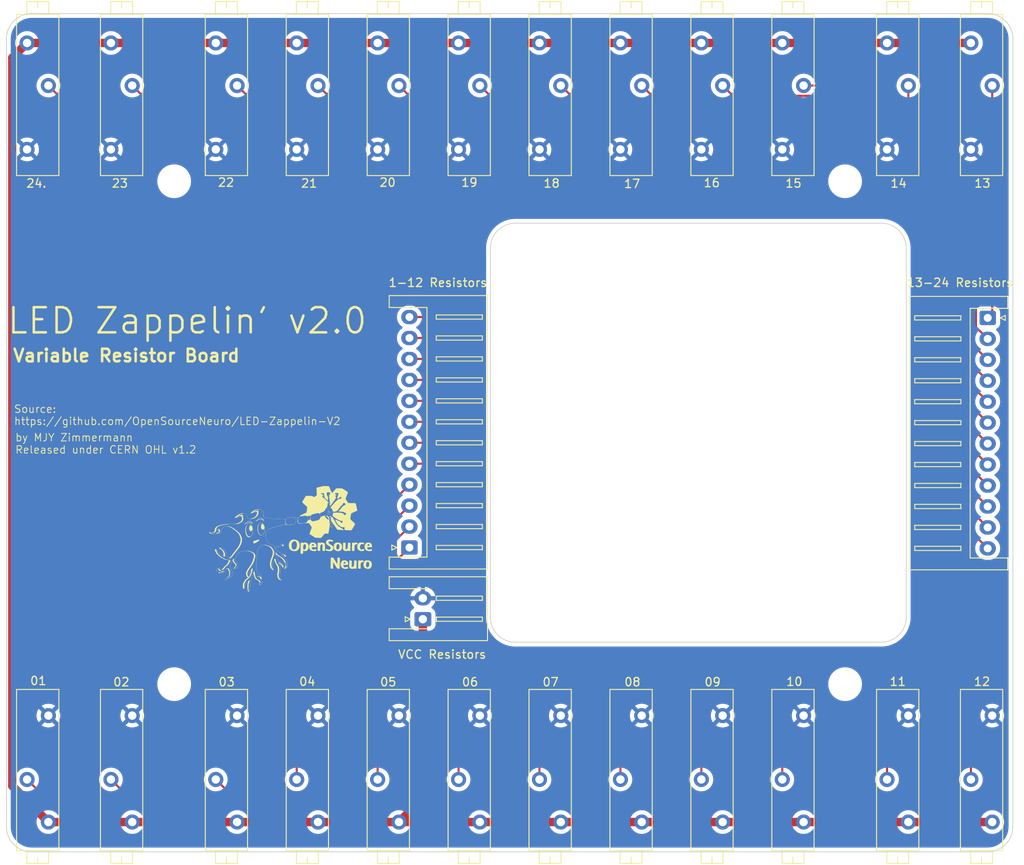
<source format=kicad_pcb>
(kicad_pcb (version 20211014) (generator pcbnew)
  (layers (0 "F.Cu" signal) (31 "B.Cu" signal) (34 "B.Paste" user) (35 "F.Paste" user) (36 "B.SilkS" user "B.Silkscreen") (37 "F.SilkS" user "F.Silkscreen") (38 "B.Mask" user) (39 "F.Mask" user) (44 "Edge.Cuts" user))
  (net 0 "")
  (net 1 "Net-(J1-Pad1)")
  (net 2 "GNDREF")
  (net 3 "Net-(J2-Pad1)")
  (net 4 "Net-(J2-Pad2)")
  (net 5 "Net-(J2-Pad3)")
  (net 6 "Net-(J2-Pad4)")
  (net 7 "Net-(J2-Pad5)")
  (net 8 "Net-(J2-Pad6)")
  (net 9 "Net-(J2-Pad7)")
  (net 10 "Net-(J2-Pad8)")
  (net 11 "Net-(J2-Pad9)")
  (net 12 "Net-(J2-Pad10)")
  (net 13 "Net-(J2-Pad11)")
  (net 14 "Net-(J2-Pad12)")
  (net 15 "Net-(J3-Pad1)")
  (net 16 "Net-(J3-Pad2)")
  (net 17 "Net-(J3-Pad3)")
  (net 18 "Net-(J3-Pad4)")
  (net 19 "Net-(J3-Pad5)")
  (net 20 "Net-(J3-Pad6)")
  (net 21 "Net-(J3-Pad7)")
  (net 22 "Net-(J3-Pad8)")
  (net 23 "Net-(J3-Pad9)")
  (net 24 "Net-(J3-Pad10)")
  (net 25 "Net-(J3-Pad11)")
  (net 26 "Net-(J3-Pad12)")
  (footprint "Potentiometer_THT:Potentiometer_Vishay_43_Horizontal" (layer "F.Cu") (at 167.39 134 90)
    (fp_text reference "RV12")
    (fp_text value "12" (at 4.05 -1.215) (layer "F.SilkS"))
    (pad "1" thru_hole circle (at 0 0 90) (size 1.8 1.8) (drill 1) (layers *.Cu *.Mask) (net 2 "GNDREF"))
    (pad "2" thru_hole circle (at -7.62 -2.54 90) (size 1.8 1.8) (drill 1) (layers *.Cu *.Mask) (net 14 "Net-(J2-Pad12)"))
    (pad "3" thru_hole circle (at -12.7 0 90) (size 1.8 1.8) (drill 1) (layers *.Cu *.Mask) (net 1 "Net-(J1-Pad1)"))
  )
  (footprint "Connector_JST:JST_XH_S12B-XH-A_1x12_P2.50mm_Horizontal" (layer "F.Cu") (at 166.85 86.55 -90)
    (fp_text reference "J3")
    (fp_text value "13-24 Resistors" (at -4.2 3.3 180) (layer "F.SilkS"))
    (pad "1" thru_hole roundrect (at 0 0 270) (size 1.7 1.95) (drill 0.95) (layers *.Cu *.Mask) (roundrect_rratio 0.1470588235) (net 15 "Net-(J3-Pad1)"))
    (pad "2" thru_hole oval (at 2.5 0 270) (size 1.7 1.95) (drill 0.95) (layers *.Cu *.Mask) (net 16 "Net-(J3-Pad2)"))
    (pad "3" thru_hole oval (at 5 0 270) (size 1.7 1.95) (drill 0.95) (layers *.Cu *.Mask) (net 17 "Net-(J3-Pad3)"))
    (pad "4" thru_hole oval (at 7.5 0 270) (size 1.7 1.95) (drill 0.95) (layers *.Cu *.Mask) (net 18 "Net-(J3-Pad4)"))
    (pad "5" thru_hole oval (at 10 0 270) (size 1.7 1.95) (drill 0.95) (layers *.Cu *.Mask) (net 19 "Net-(J3-Pad5)"))
    (pad "6" thru_hole oval (at 12.5 0 270) (size 1.7 1.95) (drill 0.95) (layers *.Cu *.Mask) (net 20 "Net-(J3-Pad6)"))
    (pad "7" thru_hole oval (at 15 0 270) (size 1.7 1.95) (drill 0.95) (layers *.Cu *.Mask) (net 21 "Net-(J3-Pad7)"))
    (pad "8" thru_hole oval (at 17.5 0 270) (size 1.7 1.95) (drill 0.95) (layers *.Cu *.Mask) (net 22 "Net-(J3-Pad8)"))
    (pad "9" thru_hole oval (at 20 0 270) (size 1.7 1.95) (drill 0.95) (layers *.Cu *.Mask) (net 23 "Net-(J3-Pad9)"))
    (pad "10" thru_hole oval (at 22.5 0 270) (size 1.7 1.95) (drill 0.95) (layers *.Cu *.Mask) (net 24 "Net-(J3-Pad10)"))
    (pad "11" thru_hole oval (at 25 0 270) (size 1.7 1.95) (drill 0.95) (layers *.Cu *.Mask) (net 25 "Net-(J3-Pad11)"))
    (pad "12" thru_hole oval (at 27.5 0 270) (size 1.7 1.95) (drill 0.95) (layers *.Cu *.Mask) (net 26 "Net-(J3-Pad12)"))
  )
  (footprint "Potentiometer_THT:Potentiometer_Vishay_43_Horizontal" (layer "F.Cu") (at 135.25 134 90)
    (fp_text reference "RV9")
    (fp_text value "09" (at 4 -1.2 180) (layer "F.SilkS"))
    (pad "1" thru_hole circle (at 0 0 90) (size 1.8 1.8) (drill 1) (layers *.Cu *.Mask) (net 2 "GNDREF"))
    (pad "2" thru_hole circle (at -7.62 -2.54 90) (size 1.8 1.8) (drill 1) (layers *.Cu *.Mask) (net 11 "Net-(J2-Pad9)"))
    (pad "3" thru_hole circle (at -12.7 0 90) (size 1.8 1.8) (drill 1) (layers *.Cu *.Mask) (net 1 "Net-(J1-Pad1)"))
  )
  (footprint "Potentiometer_THT:Potentiometer_Vishay_43_Horizontal" (layer "F.Cu") (at 77.35 134 90)
    (fp_text reference "RV3")
    (fp_text value "03" (at 4 -1.238 180) (layer "F.SilkS"))
    (pad "1" thru_hole circle (at 0 0 90) (size 1.8 1.8) (drill 1) (layers *.Cu *.Mask) (net 2 "GNDREF"))
    (pad "2" thru_hole circle (at -7.62 -2.54 90) (size 1.8 1.8) (drill 1) (layers *.Cu *.Mask) (net 5 "Net-(J2-Pad3)"))
    (pad "3" thru_hole circle (at -12.7 0 90) (size 1.8 1.8) (drill 1) (layers *.Cu *.Mask) (net 1 "Net-(J1-Pad1)"))
  )
  (footprint "Potentiometer_THT:Potentiometer_Vishay_43_Horizontal" (layer "F.Cu") (at 113.41 66.45 -90)
    (fp_text reference "RV18")
    (fp_text value "18" (at 4.05 -1.45 180) (layer "F.SilkS"))
    (pad "1" thru_hole circle (at 0 0 270) (size 1.8 1.8) (drill 1) (layers *.Cu *.Mask) (net 2 "GNDREF"))
    (pad "2" thru_hole circle (at -7.62 -2.54 270) (size 1.8 1.8) (drill 1) (layers *.Cu *.Mask) (net 20 "Net-(J3-Pad6)"))
    (pad "3" thru_hole circle (at -12.7 0 270) (size 1.8 1.8) (drill 1) (layers *.Cu *.Mask) (net 1 "Net-(J1-Pad1)"))
  )
  (footprint "Potentiometer_THT:Potentiometer_Vishay_43_Horizontal" (layer "F.Cu") (at 64.85 134 90)
    (fp_text reference "RV2")
    (fp_text value "02" (at 4 -1.294 180) (layer "F.SilkS"))
    (pad "1" thru_hole circle (at 0 0 90) (size 1.8 1.8) (drill 1) (layers *.Cu *.Mask) (net 2 "GNDREF"))
    (pad "2" thru_hole circle (at -7.62 -2.54 90) (size 1.8 1.8) (drill 1) (layers *.Cu *.Mask) (net 4 "Net-(J2-Pad2)"))
    (pad "3" thru_hole circle (at -12.7 0 90) (size 1.8 1.8) (drill 1) (layers *.Cu *.Mask) (net 1 "Net-(J1-Pad1)"))
  )
  (footprint "Maxime:Spiky 20" (layer "F.Cu") (at 83.45 112.9)
    (fp_text reference "" (at 0 0) (layer "F.SilkS") (effects (font (size 1.524 1.524) (thickness 0.3))))
    (fp_text value "LOGO" hide)
  )
  (footprint "Potentiometer_THT:Potentiometer_Vishay_43_Horizontal" (layer "F.Cu") (at 157.39 134 90)
    (fp_text reference "RV11")
    (fp_text value "11" (at 4.05 -1.258) (layer "F.SilkS"))
    (pad "1" thru_hole circle (at 0 0 90) (size 1.8 1.8) (drill 1) (layers *.Cu *.Mask) (net 2 "GNDREF"))
    (pad "2" thru_hole circle (at -7.62 -2.54 90) (size 1.8 1.8) (drill 1) (layers *.Cu *.Mask) (net 13 "Net-(J2-Pad11)"))
    (pad "3" thru_hole circle (at -12.7 0 90) (size 1.8 1.8) (drill 1) (layers *.Cu *.Mask) (net 1 "Net-(J1-Pad1)"))
  )
  (footprint "Connector_JST:JST_XH_S2B-XH-A-1_1x02_P2.50mm_Horizontal" (layer "F.Cu") (at 99.5 122.5 90)
    (fp_text reference "J1")
    (fp_text value "VCC Resistors" (at -4.2 2.3 180) (layer "F.SilkS"))
    (pad "1" thru_hole roundrect (at 0 0 90) (size 1.7 2) (drill 1) (layers *.Cu *.Mask) (roundrect_rratio 0.1470588235) (net 1 "Net-(J1-Pad1)"))
    (pad "2" thru_hole oval (at 2.5 0 90) (size 1.7 2) (drill 1) (layers *.Cu *.Mask) (net 2 "GNDREF"))
  )
  (footprint "Potentiometer_THT:Potentiometer_Vishay_43_Horizontal" (layer "F.Cu") (at 164.85 66.45 -90)
    (fp_text reference "RV13")
    (fp_text value "13" (at 4.05 -1.372) (layer "F.SilkS"))
    (pad "1" thru_hole circle (at 0 0 270) (size 1.8 1.8) (drill 1) (layers *.Cu *.Mask) (net 2 "GNDREF"))
    (pad "2" thru_hole circle (at -7.62 -2.54 270) (size 1.8 1.8) (drill 1) (layers *.Cu *.Mask) (net 15 "Net-(J3-Pad1)"))
    (pad "3" thru_hole circle (at -12.7 0 270) (size 1.8 1.8) (drill 1) (layers *.Cu *.Mask) (net 1 "Net-(J1-Pad1)"))
  )
  (footprint "Potentiometer_THT:Potentiometer_Vishay_43_Horizontal" (layer "F.Cu") (at 142.36 66.45 -90)
    (fp_text reference "RV15")
    (fp_text value "15" (at 4.05 -1.336) (layer "F.SilkS"))
    (pad "1" thru_hole circle (at 0 0 270) (size 1.8 1.8) (drill 1) (layers *.Cu *.Mask) (net 2 "GNDREF"))
    (pad "2" thru_hole circle (at -7.62 -2.54 270) (size 1.8 1.8) (drill 1) (layers *.Cu *.Mask) (net 17 "Net-(J3-Pad3)"))
    (pad "3" thru_hole circle (at -12.7 0 270) (size 1.8 1.8) (drill 1) (layers *.Cu *.Mask) (net 1 "Net-(J1-Pad1)"))
  )
  (footprint "Potentiometer_THT:Potentiometer_Vishay_43_Horizontal" (layer "F.Cu") (at 132.71 66.45 -90)
    (fp_text reference "RV16")
    (fp_text value "16" (at 4 -1.243) (layer "F.SilkS"))
    (pad "1" thru_hole circle (at 0 0 270) (size 1.8 1.8) (drill 1) (layers *.Cu *.Mask) (net 2 "GNDREF"))
    (pad "2" thru_hole circle (at -7.62 -2.54 270) (size 1.8 1.8) (drill 1) (layers *.Cu *.Mask) (net 18 "Net-(J3-Pad4)"))
    (pad "3" thru_hole circle (at -12.7 0 270) (size 1.8 1.8) (drill 1) (layers *.Cu *.Mask) (net 1 "Net-(J1-Pad1)"))
  )
  (footprint "Potentiometer_THT:Potentiometer_Vishay_43_Horizontal" (layer "F.Cu") (at 125.6 134 90)
    (fp_text reference "RV8")
    (fp_text value "08" (at 4 -1.108 180) (layer "F.SilkS"))
    (pad "1" thru_hole circle (at 0 0 90) (size 1.8 1.8) (drill 1) (layers *.Cu *.Mask) (net 2 "GNDREF"))
    (pad "2" thru_hole circle (at -7.62 -2.54 90) (size 1.8 1.8) (drill 1) (layers *.Cu *.Mask) (net 10 "Net-(J2-Pad8)"))
    (pad "3" thru_hole circle (at -12.7 0 90) (size 1.8 1.8) (drill 1) (layers *.Cu *.Mask) (net 1 "Net-(J1-Pad1)"))
  )
  (footprint "Connector_JST:JST_XH_S12B-XH-A_1x12_P2.50mm_Horizontal" (layer "F.Cu") (at 97.9 113.95 90)
    (fp_text reference "J2")
    (fp_text value "1-12 Resistors" (at 31.6 3.4 180) (layer "F.SilkS"))
    (pad "1" thru_hole roundrect (at 0 0 90) (size 1.7 1.95) (drill 0.95) (layers *.Cu *.Mask) (roundrect_rratio 0.1470588235) (net 3 "Net-(J2-Pad1)"))
    (pad "2" thru_hole oval (at 2.5 0 90) (size 1.7 1.95) (drill 0.95) (layers *.Cu *.Mask) (net 4 "Net-(J2-Pad2)"))
    (pad "3" thru_hole oval (at 5 0 90) (size 1.7 1.95) (drill 0.95) (layers *.Cu *.Mask) (net 5 "Net-(J2-Pad3)"))
    (pad "4" thru_hole oval (at 7.5 0 90) (size 1.7 1.95) (drill 0.95) (layers *.Cu *.Mask) (net 6 "Net-(J2-Pad4)"))
    (pad "5" thru_hole oval (at 10 0 90) (size 1.7 1.95) (drill 0.95) (layers *.Cu *.Mask) (net 7 "Net-(J2-Pad5)"))
    (pad "6" thru_hole oval (at 12.5 0 90) (size 1.7 1.95) (drill 0.95) (layers *.Cu *.Mask) (net 8 "Net-(J2-Pad6)"))
    (pad "7" thru_hole oval (at 15 0 90) (size 1.7 1.95) (drill 0.95) (layers *.Cu *.Mask) (net 9 "Net-(J2-Pad7)"))
    (pad "8" thru_hole oval (at 17.5 0 90) (size 1.7 1.95) (drill 0.95) (layers *.Cu *.Mask) (net 10 "Net-(J2-Pad8)"))
    (pad "9" thru_hole oval (at 20 0 90) (size 1.7 1.95) (drill 0.95) (layers *.Cu *.Mask) (net 11 "Net-(J2-Pad9)"))
    (pad "10" thru_hole oval (at 22.5 0 90) (size 1.7 1.95) (drill 0.95) (layers *.Cu *.Mask) (net 12 "Net-(J2-Pad10)"))
    (pad "11" thru_hole oval (at 25 0 90) (size 1.7 1.95) (drill 0.95) (layers *.Cu *.Mask) (net 13 "Net-(J2-Pad11)"))
    (pad "12" thru_hole oval (at 27.5 0 90) (size 1.7 1.95) (drill 0.95) (layers *.Cu *.Mask) (net 14 "Net-(J2-Pad12)"))
  )
  (footprint "Potentiometer_THT:Potentiometer_Vishay_43_Horizontal" (layer "F.Cu") (at 94.11 66.45 -90)
    (fp_text reference "RV20")
    (fp_text value "20" (at 3.95 -1.188 180) (layer "F.SilkS"))
    (pad "1" thru_hole circle (at 0 0 270) (size 1.8 1.8) (drill 1) (layers *.Cu *.Mask) (net 2 "GNDREF"))
    (pad "2" thru_hole circle (at -7.62 -2.54 270) (size 1.8 1.8) (drill 1) (layers *.Cu *.Mask) (net 22 "Net-(J3-Pad8)"))
    (pad "3" thru_hole circle (at -12.7 0 270) (size 1.8 1.8) (drill 1) (layers *.Cu *.Mask) (net 1 "Net-(J1-Pad1)"))
  )
  (footprint "Potentiometer_THT:Potentiometer_Vishay_43_Horizontal" (layer "F.Cu") (at 144.9 134 90)
    (fp_text reference "RV10")
    (fp_text value "10" (at 4.05 -1.1) (layer "F.SilkS"))
    (pad "1" thru_hole circle (at 0 0 90) (size 1.8 1.8) (drill 1) (layers *.Cu *.Mask) (net 2 "GNDREF"))
    (pad "2" thru_hole circle (at -7.62 -2.54 90) (size 1.8 1.8) (drill 1) (layers *.Cu *.Mask) (net 12 "Net-(J2-Pad10)"))
    (pad "3" thru_hole circle (at -12.7 0 90) (size 1.8 1.8) (drill 1) (layers *.Cu *.Mask) (net 1 "Net-(J1-Pad1)"))
  )
  (footprint "MountingHole:MountingHole_3mm" (layer "F.Cu") (at 149.85 130.25)
    (fp_text reference "H4")
    (fp_text value "MountingHole")
    (pad "" np_thru_hole circle (at 0 0) (size 3 3) (drill 3) (layers *.Cu *.Mask))
  )
  (footprint "MountingHole:MountingHole_3mm" (layer "F.Cu") (at 149.85 70.25)
    (fp_text reference "H2")
    (fp_text value "MountingHole")
    (pad "" np_thru_hole circle (at 0 0) (size 3 3) (drill 3) (layers *.Cu *.Mask))
  )
  (footprint "MountingHole:MountingHole_3mm" (layer "F.Cu") (at 69.85 70.25)
    (fp_text reference "H1")
    (fp_text value "MountingHole")
    (pad "" np_thru_hole circle (at 0 0) (size 3 3) (drill 3) (layers *.Cu *.Mask))
  )
  (footprint "Potentiometer_THT:Potentiometer_Vishay_43_Horizontal" (layer "F.Cu") (at 54.85 134 90)
    (fp_text reference "RV1")
    (fp_text value "01" (at 4.15 -1.2 180) (layer "F.SilkS"))
    (pad "1" thru_hole circle (at 0 0 90) (size 1.8 1.8) (drill 1) (layers *.Cu *.Mask) (net 2 "GNDREF"))
    (pad "2" thru_hole circle (at -7.62 -2.54 90) (size 1.8 1.8) (drill 1) (layers *.Cu *.Mask) (net 3 "Net-(J2-Pad1)"))
    (pad "3" thru_hole circle (at -12.7 0 90) (size 1.8 1.8) (drill 1) (layers *.Cu *.Mask) (net 1 "Net-(J1-Pad1)"))
  )
  (footprint "Potentiometer_THT:Potentiometer_Vishay_43_Horizontal" (layer "F.Cu") (at 74.81 66.45 -90)
    (fp_text reference "RV22")
    (fp_text value "22" (at 3.95 -1.226 180) (layer "F.SilkS"))
    (pad "1" thru_hole circle (at 0 0 270) (size 1.8 1.8) (drill 1) (layers *.Cu *.Mask) (net 2 "GNDREF"))
    (pad "2" thru_hole circle (at -7.62 -2.54 270) (size 1.8 1.8) (drill 1) (layers *.Cu *.Mask) (net 24 "Net-(J3-Pad10)"))
    (pad "3" thru_hole circle (at -12.7 0 270) (size 1.8 1.8) (drill 1) (layers *.Cu *.Mask) (net 1 "Net-(J1-Pad1)"))
  )
  (footprint "Potentiometer_THT:Potentiometer_Vishay_43_Horizontal" (layer "F.Cu") (at 96.65 134 90)
    (fp_text reference "RV5")
    (fp_text value "05" (at 4 -1.276 180) (layer "F.SilkS"))
    (pad "1" thru_hole circle (at 0 0 90) (size 1.8 1.8) (drill 1) (layers *.Cu *.Mask) (net 2 "GNDREF"))
    (pad "2" thru_hole circle (at -7.62 -2.54 90) (size 1.8 1.8) (drill 1) (layers *.Cu *.Mask) (net 7 "Net-(J2-Pad5)"))
    (pad "3" thru_hole circle (at -12.7 0 90) (size 1.8 1.8) (drill 1) (layers *.Cu *.Mask) (net 1 "Net-(J1-Pad1)"))
  )
  (footprint "Potentiometer_THT:Potentiometer_Vishay_43_Horizontal" (layer "F.Cu") (at 87 134 90)
    (fp_text reference "RV4")
    (fp_text value "04" (at 4.05 -1.282 180) (layer "F.SilkS"))
    (pad "1" thru_hole circle (at 0 0 90) (size 1.8 1.8) (drill 1) (layers *.Cu *.Mask) (net 2 "GNDREF"))
    (pad "2" thru_hole circle (at -7.62 -2.54 90) (size 1.8 1.8) (drill 1) (layers *.Cu *.Mask) (net 6 "Net-(J2-Pad4)"))
    (pad "3" thru_hole circle (at -12.7 0 90) (size 1.8 1.8) (drill 1) (layers *.Cu *.Mask) (net 1 "Net-(J1-Pad1)"))
  )
  (footprint "Potentiometer_THT:Potentiometer_Vishay_43_Horizontal" (layer "F.Cu") (at 84.46 66.45 -90)
    (fp_text reference "RV21")
    (fp_text value "21" (at 4.05 -1.482 180) (layer "F.SilkS"))
    (pad "1" thru_hole circle (at 0 0 270) (size 1.8 1.8) (drill 1) (layers *.Cu *.Mask) (net 2 "GNDREF"))
    (pad "2" thru_hole circle (at -7.62 -2.54 270) (size 1.8 1.8) (drill 1) (layers *.Cu *.Mask) (net 23 "Net-(J3-Pad9)"))
    (pad "3" thru_hole circle (at -12.7 0 270) (size 1.8 1.8) (drill 1) (layers *.Cu *.Mask) (net 1 "Net-(J1-Pad1)"))
  )
  (footprint "Potentiometer_THT:Potentiometer_Vishay_43_Horizontal" (layer "F.Cu") (at 154.85 66.45 -90)
    (fp_text reference "RV14")
    (fp_text value "14" (at 4.05 -1.379) (layer "F.SilkS"))
    (pad "1" thru_hole circle (at 0 0 270) (size 1.8 1.8) (drill 1) (layers *.Cu *.Mask) (net 2 "GNDREF"))
    (pad "2" thru_hole circle (at -7.62 -2.54 270) (size 1.8 1.8) (drill 1) (layers *.Cu *.Mask) (net 16 "Net-(J3-Pad2)"))
    (pad "3" thru_hole circle (at -12.7 0 270) (size 1.8 1.8) (drill 1) (layers *.Cu *.Mask) (net 1 "Net-(J1-Pad1)"))
  )
  (footprint "Potentiometer_THT:Potentiometer_Vishay_43_Horizontal" (layer "F.Cu") (at 103.76 66.45 -90)
    (fp_text reference "RV19")
    (fp_text value "19" (at 3.95 -1.294 180) (layer "F.SilkS"))
    (pad "1" thru_hole circle (at 0 0 270) (size 1.8 1.8) (drill 1) (layers *.Cu *.Mask) (net 2 "GNDREF"))
    (pad "2" thru_hole circle (at -7.62 -2.54 270) (size 1.8 1.8) (drill 1) (layers *.Cu *.Mask) (net 21 "Net-(J3-Pad7)"))
    (pad "3" thru_hole circle (at -12.7 0 270) (size 1.8 1.8) (drill 1) (layers *.Cu *.Mask) (net 1 "Net-(J1-Pad1)"))
  )
  (footprint "Potentiometer_THT:Potentiometer_Vishay_43_Horizontal" (layer "F.Cu") (at 52.31 66.45 -90)
    (fp_text reference "RV24")
    (fp_text value "24." (at 4.05 -1.114 180) (layer "F.SilkS"))
    (pad "1" thru_hole circle (at 0 0 270) (size 1.8 1.8) (drill 1) (layers *.Cu *.Mask) (net 2 "GNDREF"))
    (pad "2" thru_hole circle (at -7.62 -2.54 270) (size 1.8 1.8) (drill 1) (layers *.Cu *.Mask) (net 26 "Net-(J3-Pad12)"))
    (pad "3" thru_hole circle (at -12.7 0 270) (size 1.8 1.8) (drill 1) (layers *.Cu *.Mask) (net 1 "Net-(J1-Pad1)"))
  )
  (footprint "Potentiometer_THT:Potentiometer_Vishay_43_Horizontal" (layer "F.Cu") (at 115.95 134 90)
    (fp_text reference "RV7")
    (fp_text value "07" (at 4 -1.214 180) (layer "F.SilkS"))
    (pad "1" thru_hole circle (at 0 0 90) (size 1.8 1.8) (drill 1) (layers *.Cu *.Mask) (net 2 "GNDREF"))
    (pad "2" thru_hole circle (at -7.62 -2.54 90) (size 1.8 1.8) (drill 1) (layers *.Cu *.Mask) (net 9 "Net-(J2-Pad7)"))
    (pad "3" thru_hole circle (at -12.7 0 90) (size 1.8 1.8) (drill 1) (layers *.Cu *.Mask) (net 1 "Net-(J1-Pad1)"))
  )
  (footprint "Potentiometer_THT:Potentiometer_Vishay_43_Horizontal" (layer "F.Cu") (at 106.3 134 90)
    (fp_text reference "RV6")
    (fp_text value "06" (at 4 -1.17 180) (layer "F.SilkS"))
    (pad "1" thru_hole circle (at 0 0 90) (size 1.8 1.8) (drill 1) (layers *.Cu *.Mask) (net 2 "GNDREF"))
    (pad "2" thru_hole circle (at -7.62 -2.54 90) (size 1.8 1.8) (drill 1) (layers *.Cu *.Mask) (net 8 "Net-(J2-Pad6)"))
    (pad "3" thru_hole circle (at -12.7 0 90) (size 1.8 1.8) (drill 1) (layers *.Cu *.Mask) (net 1 "Net-(J1-Pad1)"))
  )
  (footprint "Potentiometer_THT:Potentiometer_Vishay_43_Horizontal" (layer "F.Cu") (at 62.31 66.45 -90)
    (fp_text reference "RV23")
    (fp_text value "23" (at 4.05 -1.07 180) (layer "F.SilkS"))
    (pad "1" thru_hole circle (at 0 0 270) (size 1.8 1.8) (drill 1) (layers *.Cu *.Mask) (net 2 "GNDREF"))
    (pad "2" thru_hole circle (at -7.62 -2.54 270) (size 1.8 1.8) (drill 1) (layers *.Cu *.Mask) (net 25 "Net-(J3-Pad11)"))
    (pad "3" thru_hole circle (at -12.7 0 270) (size 1.8 1.8) (drill 1) (layers *.Cu *.Mask) (net 1 "Net-(J1-Pad1)"))
  )
  (footprint "MountingHole:MountingHole_3mm" (layer "F.Cu") (at 69.85 130.25)
    (fp_text reference "H3")
    (fp_text value "MountingHole")
    (pad "" np_thru_hole circle (at 0 0) (size 3 3) (drill 3) (layers *.Cu *.Mask))
  )
  (footprint "Potentiometer_THT:Potentiometer_Vishay_43_Horizontal" (layer "F.Cu") (at 123.06 66.45 -90)
    (fp_text reference "RV17")
    (fp_text value "17" (at 4.1 -1.4) (layer "F.SilkS"))
    (pad "1" thru_hole circle (at 0 0 270) (size 1.8 1.8) (drill 1) (layers *.Cu *.Mask) (net 2 "GNDREF"))
    (pad "2" thru_hole circle (at -7.62 -2.54 270) (size 1.8 1.8) (drill 1) (layers *.Cu *.Mask) (net 19 "Net-(J3-Pad5)"))
    (pad "3" thru_hole circle (at -12.7 0 270) (size 1.8 1.8) (drill 1) (layers *.Cu *.Mask) (net 1 "Net-(J1-Pad1)"))
  )
  (gr_line (start 52.85 150.25) (end 166.85 150.25) (layer "Edge.Cuts") (width 0.1))
  (gr_line (start 169.85 147.25) (end 169.85 53.25) (layer "Edge.Cuts") (width 0.1))
  (gr_arc (start 157.15 122.25) (mid 156.27132 124.37132) (end 154.15 125.25) (layer "Edge.Cuts") (width 0.1))
  (gr_arc (start 49.85 53.25) (mid 50.72868 51.12868) (end 52.85 50.25) (layer "Edge.Cuts") (width 0.1))
  (gr_arc (start 166.85 50.25) (mid 168.97132 51.12868) (end 169.85 53.25) (layer "Edge.Cuts") (width 0.1))
  (gr_arc (start 154.15 75.25) (mid 156.27132 76.12868) (end 157.15 78.25) (layer "Edge.Cuts") (width 0.1))
  (gr_line (start 154.15 75.25) (end 110.55 75.25) (layer "Edge.Cuts") (width 0.1))
  (gr_arc (start 107.55 78.25) (mid 108.42868 76.12868) (end 110.55 75.25) (layer "Edge.Cuts") (width 0.1))
  (gr_line (start 107.55 122.25) (end 107.55 78.25) (layer "Edge.Cuts") (width 0.1))
  (gr_line (start 157.15 78.25) (end 157.15 122.25) (layer "Edge.Cuts") (width 0.1))
  (gr_arc (start 52.85 150.25) (mid 50.72868 149.37132) (end 49.85 147.25) (layer "Edge.Cuts") (width 0.1))
  (gr_line (start 154.15 125.25) (end 110.55 125.25) (layer "Edge.Cuts") (width 0.1))
  (gr_line (start 166.85 50.25) (end 52.85 50.25) (layer "Edge.Cuts") (width 0.1))
  (gr_arc (start 110.55 125.25) (mid 108.42868 124.37132) (end 107.55 122.25) (layer "Edge.Cuts") (width 0.1))
  (gr_line (start 49.85 53.25) (end 49.85 147.25) (layer "Edge.Cuts") (width 0.1))
  (gr_arc (start 169.85 147.25) (mid 168.97132 149.37132) (end 166.85 150.25) (layer "Edge.Cuts") (width 0.1))
  (gr_text "Variable Resistor Board" (at 64.15 91.05) (layer "F.SilkS") (effects (font (size 1.5 1.5) (thickness 0.3))))
  (gr_text "Source:\nhttps://github.com/OpenSourceNeuro/LED-Zappelin-V2" (at 50.7 98.15) (layer "F.SilkS") (effects (font (size 0.9 0.9) (thickness 0.1)) (justify left)))
  (gr_text "LED Zappelin' v2.0" (at 71.4 86.9) (layer "F.SilkS") (effects (font (size 3 3) (thickness 0.3))))
  (gr_text "by MJY Zimmermann\nReleased under CERN OHL v1.2" (at 50.85 101.55) (layer "F.SilkS") (effects (font (size 0.9 0.9) (thickness 0.1)) (justify left)))
  (segment (start 103.76 53.75) (end 113.41 53.75) (width 1) (layer "F.Cu") (net 1))
  (segment (start 77.35 146.7) (end 87 146.7) (width 1) (layer "F.Cu") (net 1))
  (segment (start 50.55 55.51) (end 52.31 53.75) (width 1) (layer "F.Cu") (net 1))
  (segment (start 74.81 53.75) (end 84.46 53.75) (width 1) (layer "F.Cu") (net 1))
  (segment (start 123.06 53.75) (end 132.71 53.75) (width 1) (layer "F.Cu") (net 1))
  (segment (start 94.11 53.75) (end 103.76 53.75) (width 1) (layer "F.Cu") (net 1))
  (segment (start 135.25 146.7) (end 144.9 146.7) (width 1) (layer "F.Cu") (net 1))
  (segment (start 84.46 53.75) (end 94.11 53.75) (width 1) (layer "F.Cu") (net 1))
  (segment (start 106.3 146.7) (end 115.95 146.7) (width 1) (layer "F.Cu") (net 1))
  (segment (start 54.85 146.7) (end 50.55 142.4) (width 1) (layer "F.Cu") (net 1))
  (segment (start 99.5 143.85) (end 99.5 122.5) (width 1) (layer "F.Cu") (net 1))
  (segment (start 115.95 146.7) (end 125.6 146.7) (width 1) (layer "F.Cu") (net 1))
  (segment (start 52.31 53.75) (end 62.31 53.75) (width 1) (layer "F.Cu") (net 1))
  (segment (start 132.71 53.75) (end 142.36 53.75) (width 1) (layer "F.Cu") (net 1))
  (segment (start 157.39 146.7) (end 167.39 146.7) (width 1) (layer "F.Cu") (net 1))
  (segment (start 113.41 53.75) (end 123.06 53.75) (width 1) (layer "F.Cu") (net 1))
  (segment (start 96.65 146.7) (end 99.5 143.85) (width 1) (layer "F.Cu") (net 1))
  (segment (start 64.85 146.7) (end 77.35 146.7) (width 1) (layer "F.Cu") (net 1))
  (segment (start 87 146.7) (end 96.65 146.7) (width 1) (layer "F.Cu") (net 1))
  (segment (start 154.85 53.75) (end 164.85 53.75) (width 1) (layer "F.Cu") (net 1))
  (segment (start 144.9 146.7) (end 157.39 146.7) (width 1) (layer "F.Cu") (net 1))
  (segment (start 54.85 146.7) (end 64.85 146.7) (width 1) (layer "F.Cu") (net 1))
  (segment (start 50.55 142.4) (end 50.55 55.51) (width 1) (layer "F.Cu") (net 1))
  (segment (start 125.6 146.7) (end 135.25 146.7) (width 1) (layer "F.Cu") (net 1))
  (segment (start 96.65 146.7) (end 106.3 146.7) (width 1) (layer "F.Cu") (net 1))
  (segment (start 62.31 53.75) (end 74.81 53.75) (width 1) (layer "F.Cu") (net 1))
  (segment (start 142.36 53.75) (end 154.85 53.75) (width 1) (layer "F.Cu") (net 1))
  (segment (start 91 120.85) (end 97.9 113.95) (width 0.25) (layer "F.Cu") (net 3))
  (segment (start 86.75 144.75) (end 91 140.5) (width 0.25) (layer "F.Cu") (net 3))
  (segment (start 55.44 144.75) (end 86.75 144.75) (width 0.25) (layer "F.Cu") (net 3))
  (segment (start 91 140.5) (end 91 120.85) (width 0.25) (layer "F.Cu") (net 3))
  (segment (start 52.31 141.62) (end 55.44 144.75) (width 0.25) (layer "F.Cu") (net 3))
  (segment (start 89.95 119.4) (end 97.9 111.45) (width 0.25) (layer "F.Cu") (net 4))
  (segment (start 89.95 140.335718) (end 89.95 119.4) (width 0.25) (layer "F.Cu") (net 4))
  (segment (start 86.235718 144.05) (end 89.95 140.335718) (width 0.25) (layer "F.Cu") (net 4))
  (segment (start 62.31 141.62) (end 64.74 144.05) (width 0.25) (layer "F.Cu") (net 4))
  (segment (start 64.74 144.05) (end 86.235718 144.05) (width 0.25) (layer "F.Cu") (net 4))
  (segment (start 74.81 141.62) (end 76.34 143.15) (width 0.25) (layer "F.Cu") (net 5))
  (segment (start 89.15 117.7) (end 97.9 108.95) (width 0.25) (layer "F.Cu") (net 5))
  (segment (start 89.15 140.5) (end 89.15 117.7) (width 0.25) (layer "F.Cu") (net 5))
  (segment (start 76.34 143.15) (end 86.5 143.15) (width 0.25) (layer "F.Cu") (net 5))
  (segment (start 86.5 143.15) (end 89.15 140.5) (width 0.25) (layer "F.Cu") (net 5))
  (segment (start 84.46 141.62) (end 84.46 119.89) (width 0.25) (layer "F.Cu") (net 6))
  (segment (start 84.46 119.89) (end 97.9 106.45) (width 0.25) (layer "F.Cu") (net 6))
  (segment (start 100.4 103.95) (end 101.5 105.05) (width 0.25) (layer "F.Cu") (net 7))
  (segment (start 97.9 103.95) (end 100.4 103.95) (width 0.25) (layer "F.Cu") (net 7))
  (segment (start 101.5 115.6) (end 94.11 122.99) (width 0.25) (layer "F.Cu") (net 7))
  (segment (start 94.11 122.99) (end 94.11 141.62) (width 0.25) (layer "F.Cu") (net 7))
  (segment (start 101.5 105.05) (end 101.5 115.6) (width 0.25) (layer "F.Cu") (net 7))
  (segment (start 103.3 101.45) (end 97.9 101.45) (width 0.25) (layer "F.Cu") (net 8))
  (segment (start 103.76 141.62) (end 103.76 101.91) (width 0.25) (layer "F.Cu") (net 8))
  (segment (start 103.76 101.91) (end 103.3 101.45) (width 0.25) (layer "F.Cu") (net 8))
  (segment (start 112.1976 128.3476) (end 107.869013 128.3476) (width 0.25) (layer "F.Cu") (net 9))
  (segment (start 113.41 129.56) (end 112.1976 128.3476) (width 0.25) (layer "F.Cu") (net 9))
  (segment (start 113.41 141.62) (end 113.41 129.56) (width 0.25) (layer "F.Cu") (net 9))
  (segment (start 107.869013 128.3476) (end 104.6524 125.130986) (width 0.25) (layer "F.Cu") (net 9))
  (segment (start 104.6524 100.2524) (end 103.35 98.95) (width 0.25) (layer "F.Cu") (net 9))
  (segment (start 104.6524 125.130986) (end 104.6524 100.2524) (width 0.25) (layer "F.Cu") (net 9))
  (segment (start 103.35 98.95) (end 97.9 98.95) (width 0.25) (layer "F.Cu") (net 9))
  (segment (start 103.8 96.45) (end 105.10192 97.75192) (width 0.25) (layer "F.Cu") (net 10))
  (segment (start 105.10192 124.944789) (end 108.05521 127.89808) (width 0.25) (layer "F.Cu") (net 10))
  (segment (start 97.9 96.45) (end 103.8 96.45) (width 0.25) (layer "F.Cu") (net 10))
  (segment (start 121.59808 127.89808) (end 123.06 129.36) (width 0.25) (layer "F.Cu") (net 10))
  (segment (start 108.05521 127.89808) (end 121.59808 127.89808) (width 0.25) (layer "F.Cu") (net 10))
  (segment (start 105.10192 97.75192) (end 105.10192 124.944789) (width 0.25) (layer "F.Cu") (net 10))
  (segment (start 123.06 129.36) (end 123.06 141.62) (width 0.25) (layer "F.Cu") (net 10))
  (segment (start 132.71 128.86) (end 131.29856 127.44856) (width 0.25) (layer "F.Cu") (net 11))
  (segment (start 131.29856 127.44856) (end 108.241408 127.44856) (width 0.25) (layer "F.Cu") (net 11))
  (segment (start 108.241408 127.44856) (end 105.55144 124.758592) (width 0.25) (layer "F.Cu") (net 11))
  (segment (start 105.55144 94.80144) (end 104.7 93.95) (width 0.25) (layer "F.Cu") (net 11))
  (segment (start 104.7 93.95) (end 97.9 93.95) (width 0.25) (layer "F.Cu") (net 11))
  (segment (start 105.55144 124.758592) (end 105.55144 94.80144) (width 0.25) (layer "F.Cu") (net 11))
  (segment (start 132.71 141.62) (end 132.71 128.86) (width 0.25) (layer "F.Cu") (net 11))
  (segment (start 97.9 91.45) (end 104.35 91.45) (width 0.25) (layer "F.Cu") (net 12))
  (segment (start 104.35 91.45) (end 106.00096 93.10096) (width 0.25) (layer "F.Cu") (net 12))
  (segment (start 106.00096 93.10096) (end 106.00096 124.572395) (width 0.25) (layer "F.Cu") (net 12))
  (segment (start 108.427605 126.99904) (end 139.79904 126.99904) (width 0.25) (layer "F.Cu") (net 12))
  (segment (start 142.36 129.56) (end 142.36 141.62) (width 0.25) (layer "F.Cu") (net 12))
  (segment (start 139.79904 126.99904) (end 142.36 129.56) (width 0.25) (layer "F.Cu") (net 12))
  (segment (start 106.00096 124.572395) (end 108.427605 126.99904) (width 0.25) (layer "F.Cu") (net 12))
  (segment (start 104.45 88.95) (end 97.9 88.95) (width 0.25) (layer "F.Cu") (net 13))
  (segment (start 153.69952 126.54952) (end 108.613803 126.54952) (width 0.25) (layer "F.Cu") (net 13))
  (segment (start 106.45048 124.386197) (end 106.45048 90.95048) (width 0.25) (layer "F.Cu") (net 13))
  (segment (start 154.85 141.62) (end 154.85 127.7) (width 0.25) (layer "F.Cu") (net 13))
  (segment (start 108.613803 126.54952) (end 106.45048 124.386197) (width 0.25) (layer "F.Cu") (net 13))
  (segment (start 154.85 127.7) (end 153.69952 126.54952) (width 0.25) (layer "F.Cu") (net 13))
  (segment (start 106.45048 90.95048) (end 104.45 88.95) (width 0.25) (layer "F.Cu") (net 13))
  (segment (start 108.8 126.1) (end 163.45 126.1) (width 0.25) (layer "F.Cu") (net 14))
  (segment (start 106.9 124.2) (end 108.8 126.1) (width 0.25) (layer "F.Cu") (net 14))
  (segment (start 164.85 127.5) (end 164.85 141.62) (width 0.25) (layer "F.Cu") (net 14))
  (segment (start 97.9 86.45) (end 104.6 86.45) (width 0.25) (layer "F.Cu") (net 14))
  (segment (start 106.9 88.75) (end 106.9 124.2) (width 0.25) (layer "F.Cu") (net 14))
  (segment (start 163.45 126.1) (end 164.85 127.5) (width 0.25) (layer "F.Cu") (net 14))
  (segment (start 104.6 86.45) (end 106.9 88.75) (width 0.25) (layer "F.Cu") (net 14))
  (segment (start 167.39 86.01) (end 166.85 86.55) (width 0.25) (layer "F.Cu") (net 15))
  (segment (start 167.39 58.83) (end 167.39 86.01) (width 0.25) (layer "F.Cu") (net 15))
  (segment (start 165.45 87.65) (end 165.45 69.25) (width 0.25) (layer "F.Cu") (net 16))
  (segment (start 165.45 69.25) (end 157.39 61.19) (width 0.25) (layer "F.Cu") (net 16))
  (segment (start 166.85 89.05) (end 165.45 87.65) (width 0.25) (layer "F.Cu") (net 16))
  (segment (start 157.39 61.19) (end 157.39 58.83) (width 0.25) (layer "F.Cu") (net 16))
  (segment (start 144.9 58.83) (end 154.394282 58.83) (width 0.25) (layer "F.Cu") (net 17))
  (segment (start 165.00048 69.436198) (end 165.00048 89.70048) (width 0.25) (layer "F.Cu") (net 17))
  (segment (start 165.00048 89.70048) (end 166.85 91.55) (width 0.25) (layer "F.Cu") (net 17))
  (segment (start 154.394282 58.83) (end 165.00048 69.436198) (width 0.25) (layer "F.Cu") (net 17))
  (segment (start 154.983076 60.054511) (end 164.55096 69.622396) (width 0.25) (layer "F.Cu") (net 18))
  (segment (start 135.25 58.83) (end 136.474511 60.054511) (width 0.25) (layer "F.Cu") (net 18))
  (segment (start 164.55096 69.622396) (end 164.55096 91.036982) (width 0.25) (layer "F.Cu") (net 18))
  (segment (start 164.55096 91.036982) (end 164.55 91.037942) (width 0.25) (layer "F.Cu") (net 18))
  (segment (start 164.55 91.75) (end 166.85 94.05) (width 0.25) (layer "F.Cu") (net 18))
  (segment (start 164.55 91.037942) (end 164.55 91.75) (width 0.25) (layer "F.Cu") (net 18))
  (segment (start 136.474511 60.054511) (end 154.983076 60.054511) (width 0.25) (layer "F.Cu") (net 18))
  (segment (start 164.10048 93.80048) (end 166.85 96.55) (width 0.25) (layer "F.Cu") (net 19))
  (segment (start 164.10048 84.34952) (end 164.10048 93.80048) (width 0.25) (layer "F.Cu") (net 19))
  (segment (start 164.10144 84.34856) (end 164.10048 84.34952) (width 0.25) (layer "F.Cu") (net 19))
  (segment (start 164.10144 69.808593) (end 164.10144 84.34856) (width 0.25) (layer "F.Cu") (net 19))
  (segment (start 127.274031 60.504031) (end 154.796878 60.504031) (width 0.25) (layer "F.Cu") (net 19))
  (segment (start 125.6 58.83) (end 127.274031 60.504031) (width 0.25) (layer "F.Cu") (net 19))
  (segment (start 154.796878 60.504031) (end 164.10144 69.808593) (width 0.25) (layer "F.Cu") (net 19))
  (segment (start 163.578565 69.921436) (end 163.578565 95.778565) (width 0.25) (layer "F.Cu") (net 20))
  (segment (start 115.95 58.83) (end 118.073551 60.953551) (width 0.25) (layer "F.Cu") (net 20))
  (segment (start 163.578565 95.778565) (end 166.85 99.05) (width 0.25) (layer "F.Cu") (net 20))
  (segment (start 118.073551 60.953551) (end 154.61068 60.953551) (width 0.25) (layer "F.Cu") (net 20))
  (segment (start 154.61068 60.953551) (end 163.578565 69.921436) (width 0.25) (layer "F.Cu") (net 20))
  (segment (start 154.424482 61.403071) (end 108.873071 61.403071) (width 0.25) (layer "F.Cu") (net 21))
  (segment (start 163.129045 97.829045) (end 163.129045 70.107634) (width 0.25) (layer "F.Cu") (net 21))
  (segment (start 108.873071 61.403071) (end 106.3 58.83) (width 0.25) (layer "F.Cu") (net 21))
  (segment (start 163.129045 70.107634) (end 154.424482 61.403071) (width 0.25) (layer "F.Cu") (net 21))
  (segment (start 166.85 101.55) (end 163.129045 97.829045) (width 0.25) (layer "F.Cu") (net 21))
  (segment (start 96.65 58.83) (end 99.672591 61.852591) (width 0.25) (layer "F.Cu") (net 22))
  (segment (start 162.679525 70.293832) (end 162.679525 99.879525) (width 0.25) (layer "F.Cu") (net 22))
  (segment (start 162.679525 99.879525) (end 166.85 104.05) (width 0.25) (layer "F.Cu") (net 22))
  (segment (start 154.238284 61.852591) (end 162.679525 70.293832) (width 0.25) (layer "F.Cu") (net 22))
  (segment (start 99.672591 61.852591) (end 154.238284 61.852591) (width 0.25) (layer "F.Cu") (net 22))
  (segment (start 90.472111 62.302111) (end 87 58.83) (width 0.25) (layer "F.Cu") (net 23))
  (segment (start 162.230005 70.48003) (end 154.052086 62.302111) (width 0.25) (layer "F.Cu") (net 23))
  (segment (start 166.85 106.55) (end 162.230005 101.930005) (width 0.25) (layer "F.Cu") (net 23))
  (segment (start 154.052086 62.302111) (end 90.472111 62.302111) (width 0.25) (layer "F.Cu") (net 23))
  (segment (start 162.230005 101.930005) (end 162.230005 70.48003) (width 0.25) (layer "F.Cu") (net 23))
  (segment (start 153.865888 62.751631) (end 161.780485 70.666228) (width 0.25) (layer "F.Cu") (net 24))
  (segment (start 81.271631 62.751631) (end 153.865888 62.751631) (width 0.25) (layer "F.Cu") (net 24))
  (segment (start 161.780485 103.980485) (end 166.85 109.05) (width 0.25) (layer "F.Cu") (net 24))
  (segment (start 77.35 58.83) (end 81.271631 62.751631) (width 0.25) (layer "F.Cu") (net 24))
  (segment (start 161.780485 70.666228) (end 161.780485 103.980485) (width 0.25) (layer "F.Cu") (net 24))
  (segment (start 166.85 111.55) (end 161.330965 106.030965) (width 0.25) (layer "F.Cu") (net 25))
  (segment (start 69.221151 63.201151) (end 64.85 58.83) (width 0.25) (layer "F.Cu") (net 25))
  (segment (start 153.67969 63.201151) (end 69.221151 63.201151) (width 0.25) (layer "F.Cu") (net 25))
  (segment (start 161.330965 70.852426) (end 153.67969 63.201151) (width 0.25) (layer "F.Cu") (net 25))
  (segment (start 161.330965 106.030965) (end 161.330965 70.852426) (width 0.25) (layer "F.Cu") (net 25))
  (segment (start 160.881445 108.081445) (end 166.85 114.05) (width 0.25) (layer "F.Cu") (net 26))
  (segment (start 54.85 58.83) (end 59.670671 63.650671) (width 0.25) (layer "F.Cu") (net 26))
  (segment (start 160.881445 74.781445) (end 160.881445 108.081445) (width 0.25) (layer "F.Cu") (net 26))
  (segment (start 59.670671 63.650671) (end 149.750671 63.650671) (width 0.25) (layer "F.Cu") (net 26))
  (segment (start 149.750671 63.650671) (end 160.881445 74.781445) (width 0.25) (layer "F.Cu") (net 26))
  (zone (net 2) (net_name "GNDREF") (layer "B.Cu") (connect_pads (clearance 0.508)) (min_thickness 0.254) (fill yes (thermal_gap 0.508) (thermal_bridge_width 0.508))
    (polygon (pts (xy 169.85 150.25) (xy 49.85 150.25) (xy 49.75 50.25) (xy 169.85 50.25)))
  )
)
</source>
